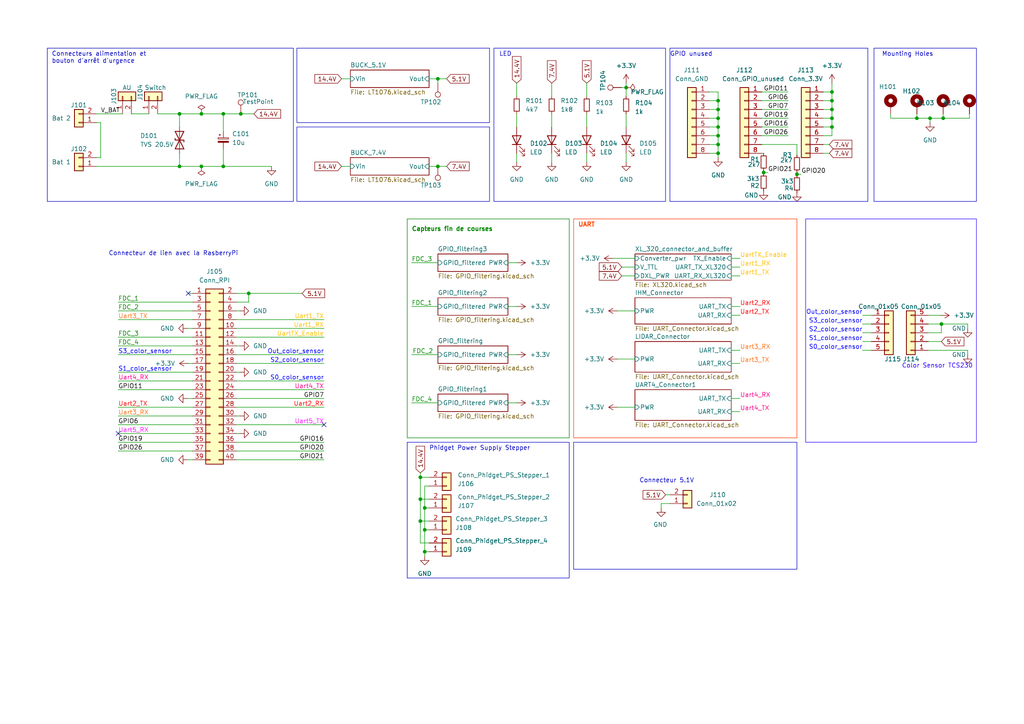
<source format=kicad_sch>
(kicad_sch (version 20231120) (generator "eeschema") (generator_version "8.0")
  (paper "A4")
  (title_block (title "Carte de commande Coupe de France de Robotique 2024") (date "2024-01-30") (company "Ares ENSEA"))
  (lib_symbols
    (symbol "Connector:TestPoint" (pin_numbers hide) (pin_names (offset 0.762) hide)
      (property "Reference" "TP" (at 0 6.858 0))
      (property "Value" "TestPoint" (at 0 5.08 0))
      (symbol "TestPoint_0_1"
        (circle (center 0 3.302) (radius 0.762))
      )
      (symbol "TestPoint_1_1"
        (pin passive line (at 0 0 90) (length 2.54) (name "1") (number "1"))
      )
    )
    (symbol "Connector_Generic:Conn_01x02" (pin_names (offset 1.016) hide)
      (property "Reference" "J" (at 0 2.54 0))
      (property "Value" "Conn_01x02" (at 0 -5.08 0))
      (symbol "Conn_01x02_1_1"
        (rectangle (start -1.27 -2.413) (end 0 -2.667) (stroke (width 0.1524)))
        (rectangle (start -1.27 0.127) (end 0 -0.127) (stroke (width 0.1524)))
        (rectangle (start -1.27 1.27) (end 1.27 -3.81) (stroke (width 0.254)) (fill (type background)))
        (pin passive line (at -5.08 0 0) (length 3.81) (name "Pin_1") (number "1"))
        (pin passive line (at -5.08 -2.54 0) (length 3.81) (name "Pin_2") (number "2"))
      )
    )
    (symbol "Connector_Generic:Conn_01x05" (pin_names (offset 1.016) hide)
      (property "Reference" "J" (at 0 7.62 0))
      (property "Value" "Conn_01x05" (at 0 -7.62 0))
      (symbol "Conn_01x05_1_1"
        (rectangle (start -1.27 -4.953) (end 0 -5.207) (stroke (width 0.1524)))
        (rectangle (start -1.27 -2.413) (end 0 -2.667) (stroke (width 0.1524)))
        (rectangle (start -1.27 0.127) (end 0 -0.127) (stroke (width 0.1524)))
        (rectangle (start -1.27 2.667) (end 0 2.413) (stroke (width 0.1524)))
        (rectangle (start -1.27 5.207) (end 0 4.953) (stroke (width 0.1524)))
        (rectangle (start -1.27 6.35) (end 1.27 -6.35) (stroke (width 0.254)) (fill (type background)))
        (pin passive line (at -5.08 5.08 0) (length 3.81) (name "Pin_1") (number "1"))
        (pin passive line (at -5.08 2.54 0) (length 3.81) (name "Pin_2") (number "2"))
        (pin passive line (at -5.08 0 0) (length 3.81) (name "Pin_3") (number "3"))
        (pin passive line (at -5.08 -2.54 0) (length 3.81) (name "Pin_4") (number "4"))
        (pin passive line (at -5.08 -5.08 0) (length 3.81) (name "Pin_5") (number "5"))
      )
    )
    (symbol "Connector_Generic:Conn_01x08" (pin_names (offset 1.016) hide)
      (property "Reference" "J" (at 0 10.16 0))
      (property "Value" "Conn_01x08" (at 0 -12.7 0))
      (symbol "Conn_01x08_1_1"
        (rectangle (start -1.27 -10.033) (end 0 -10.287) (stroke (width 0.1524)))
        (rectangle (start -1.27 -7.493) (end 0 -7.747) (stroke (width 0.1524)))
        (rectangle (start -1.27 -4.953) (end 0 -5.207) (stroke (width 0.1524)))
        (rectangle (start -1.27 -2.413) (end 0 -2.667) (stroke (width 0.1524)))
        (rectangle (start -1.27 0.127) (end 0 -0.127) (stroke (width 0.1524)))
        (rectangle (start -1.27 2.667) (end 0 2.413) (stroke (width 0.1524)))
        (rectangle (start -1.27 5.207) (end 0 4.953) (stroke (width 0.1524)))
        (rectangle (start -1.27 7.747) (end 0 7.493) (stroke (width 0.1524)))
        (rectangle (start -1.27 8.89) (end 1.27 -11.43) (stroke (width 0.254)) (fill (type background)))
        (pin passive line (at -5.08 7.62 0) (length 3.81) (name "Pin_1") (number "1"))
        (pin passive line (at -5.08 5.08 0) (length 3.81) (name "Pin_2") (number "2"))
        (pin passive line (at -5.08 2.54 0) (length 3.81) (name "Pin_3") (number "3"))
        (pin passive line (at -5.08 0 0) (length 3.81) (name "Pin_4") (number "4"))
        (pin passive line (at -5.08 -2.54 0) (length 3.81) (name "Pin_5") (number "5"))
        (pin passive line (at -5.08 -5.08 0) (length 3.81) (name "Pin_6") (number "6"))
        (pin passive line (at -5.08 -7.62 0) (length 3.81) (name "Pin_7") (number "7"))
        (pin passive line (at -5.08 -10.16 0) (length 3.81) (name "Pin_8") (number "8"))
      )
    )
    (symbol "Connector_Generic:Conn_02x20_Odd_Even" (pin_names (offset 1.016) hide)
      (property "Reference" "J" (at 1.27 25.4 0))
      (property "Value" "Conn_02x20_Odd_Even" (at 1.27 -27.94 0))
      (symbol "Conn_02x20_Odd_Even_1_1"
        (rectangle (start -1.27 -25.273) (end 0 -25.527) (stroke (width 0.1524)))
        (rectangle (start -1.27 -22.733) (end 0 -22.987) (stroke (width 0.1524)))
        (rectangle (start -1.27 -20.193) (end 0 -20.447) (stroke (width 0.1524)))
        (rectangle (start -1.27 -17.653) (end 0 -17.907) (stroke (width 0.1524)))
        (rectangle (start -1.27 -15.113) (end 0 -15.367) (stroke (width 0.1524)))
        (rectangle (start -1.27 -12.573) (end 0 -12.827) (stroke (width 0.1524)))
        (rectangle (start -1.27 -10.033) (end 0 -10.287) (stroke (width 0.1524)))
        (rectangle (start -1.27 -7.493) (end 0 -7.747) (stroke (width 0.1524)))
        (rectangle (start -1.27 -4.953) (end 0 -5.207) (stroke (width 0.1524)))
        (rectangle (start -1.27 -2.413) (end 0 -2.667) (stroke (width 0.1524)))
        (rectangle (start -1.27 0.127) (end 0 -0.127) (stroke (width 0.1524)))
        (rectangle (start -1.27 2.667) (end 0 2.413) (stroke (width 0.1524)))
        (rectangle (start -1.27 5.207) (end 0 4.953) (stroke (width 0.1524)))
        (rectangle (start -1.27 7.747) (end 0 7.493) (stroke (width 0.1524)))
        (rectangle (start -1.27 10.287) (end 0 10.033) (stroke (width 0.1524)))
        (rectangle (start -1.27 12.827) (end 0 12.573) (stroke (width 0.1524)))
        (rectangle (start -1.27 15.367) (end 0 15.113) (stroke (width 0.1524)))
        (rectangle (start -1.27 17.907) (end 0 17.653) (stroke (width 0.1524)))
        (rectangle (start -1.27 20.447) (end 0 20.193) (stroke (width 0.1524)))
        (rectangle (start -1.27 22.987) (end 0 22.733) (stroke (width 0.1524)))
        (rectangle (start -1.27 24.13) (end 3.81 -26.67) (stroke (width 0.254)) (fill (type background)))
        (rectangle (start 3.81 -25.273) (end 2.54 -25.527) (stroke (width 0.1524)))
        (rectangle (start 3.81 -22.733) (end 2.54 -22.987) (stroke (width 0.1524)))
        (rectangle (start 3.81 -20.193) (end 2.54 -20.447) (stroke (width 0.1524)))
        (rectangle (start 3.81 -17.653) (end 2.54 -17.907) (stroke (width 0.1524)))
        (rectangle (start 3.81 -15.113) (end 2.54 -15.367) (stroke (width 0.1524)))
        (rectangle (start 3.81 -12.573) (end 2.54 -12.827) (stroke (width 0.1524)))
        (rectangle (start 3.81 -10.033) (end 2.54 -10.287) (stroke (width 0.1524)))
        (rectangle (start 3.81 -7.493) (end 2.54 -7.747) (stroke (width 0.1524)))
        (rectangle (start 3.81 -4.953) (end 2.54 -5.207) (stroke (width 0.1524)))
        (rectangle (start 3.81 -2.413) (end 2.54 -2.667) (stroke (width 0.1524)))
        (rectangle (start 3.81 0.127) (end 2.54 -0.127) (stroke (width 0.1524)))
        (rectangle (start 3.81 2.667) (end 2.54 2.413) (stroke (width 0.1524)))
        (rectangle (start 3.81 5.207) (end 2.54 4.953) (stroke (width 0.1524)))
        (rectangle (start 3.81 7.747) (end 2.54 7.493) (stroke (width 0.1524)))
        (rectangle (start 3.81 10.287) (end 2.54 10.033) (stroke (width 0.1524)))
        (rectangle (start 3.81 12.827) (end 2.54 12.573) (stroke (width 0.1524)))
        (rectangle (start 3.81 15.367) (end 2.54 15.113) (stroke (width 0.1524)))
        (rectangle (start 3.81 17.907) (end 2.54 17.653) (stroke (width 0.1524)))
        (rectangle (start 3.81 20.447) (end 2.54 20.193) (stroke (width 0.1524)))
        (rectangle (start 3.81 22.987) (end 2.54 22.733) (stroke (width 0.1524)))
        (pin passive line (at -5.08 22.86 0) (length 3.81) (name "Pin_1") (number "1"))
        (pin passive line (at 7.62 12.7 180) (length 3.81) (name "Pin_10") (number "10"))
        (pin passive line (at -5.08 10.16 0) (length 3.81) (name "Pin_11") (number "11"))
        (pin passive line (at 7.62 10.16 180) (length 3.81) (name "Pin_12") (number "12"))
        (pin passive line (at -5.08 7.62 0) (length 3.81) (name "Pin_13") (number "13"))
        (pin passive line (at 7.62 7.62 180) (length 3.81) (name "Pin_14") (number "14"))
        (pin passive line (at -5.08 5.08 0) (length 3.81) (name "Pin_15") (number "15"))
        (pin passive line (at 7.62 5.08 180) (length 3.81) (name "Pin_16") (number "16"))
        (pin passive line (at -5.08 2.54 0) (length 3.81) (name "Pin_17") (number "17"))
        (pin passive line (at 7.62 2.54 180) (length 3.81) (name "Pin_18") (number "18"))
        (pin passive line (at -5.08 0 0) (length 3.81) (name "Pin_19") (number "19"))
        (pin passive line (at 7.62 22.86 180) (length 3.81) (name "Pin_2") (number "2"))
        (pin passive line (at 7.62 0 180) (length 3.81) (name "Pin_20") (number "20"))
        (pin passive line (at -5.08 -2.54 0) (length 3.81) (name "Pin_21") (number "21"))
        (pin passive line (at 7.62 -2.54 180) (length 3.81) (name "Pin_22") (number "22"))
        (pin passive line (at -5.08 -5.08 0) (length 3.81) (name "Pin_23") (number "23"))
        (pin passive line (at 7.62 -5.08 180) (length 3.81) (name "Pin_24") (number "24"))
        (pin passive line (at -5.08 -7.62 0) (length 3.81) (name "Pin_25") (number "25"))
        (pin passive line (at 7.62 -7.62 180) (length 3.81) (name "Pin_26") (number "26"))
        (pin passive line (at -5.08 -10.16 0) (length 3.81) (name "Pin_27") (number "27"))
        (pin passive line (at 7.62 -10.16 180) (length 3.81) (name "Pin_28") (number "28"))
        (pin passive line (at -5.08 -12.7 0) (length 3.81) (name "Pin_29") (number "29"))
        (pin passive line (at -5.08 20.32 0) (length 3.81) (name "Pin_3") (number "3"))
        (pin passive line (at 7.62 -12.7 180) (length 3.81) (name "Pin_30") (number "30"))
        (pin passive line (at -5.08 -15.24 0) (length 3.81) (name "Pin_31") (number "31"))
        (pin passive line (at 7.62 -15.24 180) (length 3.81) (name "Pin_32") (number "32"))
        (pin passive line (at -5.08 -17.78 0) (length 3.81) (name "Pin_33") (number "33"))
        (pin passive line (at 7.62 -17.78 180) (length 3.81) (name "Pin_34") (number "34"))
        (pin passive line (at -5.08 -20.32 0) (length 3.81) (name "Pin_35") (number "35"))
        (pin passive line (at 7.62 -20.32 180) (length 3.81) (name "Pin_36") (number "36"))
        (pin passive line (at -5.08 -22.86 0) (length 3.81) (name "Pin_37") (number "37"))
        (pin passive line (at 7.62 -22.86 180) (length 3.81) (name "Pin_38") (number "38"))
        (pin passive line (at -5.08 -25.4 0) (length 3.81) (name "Pin_39") (number "39"))
        (pin passive line (at 7.62 20.32 180) (length 3.81) (name "Pin_4") (number "4"))
        (pin passive line (at 7.62 -25.4 180) (length 3.81) (name "Pin_40") (number "40"))
        (pin passive line (at -5.08 17.78 0) (length 3.81) (name "Pin_5") (number "5"))
        (pin passive line (at 7.62 17.78 180) (length 3.81) (name "Pin_6") (number "6"))
        (pin passive line (at -5.08 15.24 0) (length 3.81) (name "Pin_7") (number "7"))
        (pin passive line (at 7.62 15.24 180) (length 3.81) (name "Pin_8") (number "8"))
        (pin passive line (at -5.08 12.7 0) (length 3.81) (name "Pin_9") (number "9"))
      )
    )
    (symbol "Device:C_Polarized_Small" (pin_numbers hide) (pin_names (offset 0.254) hide)
      (property "Reference" "C" (at 0.254 1.778 0))
      (property "Value" "C_Polarized_Small" (at 0.254 -2.032 0))
      (symbol "C_Polarized_Small_0_1"
        (rectangle (start -1.524 -0.3048) (end 1.524 -0.6858) (fill (type outline)))
        (rectangle (start -1.524 0.6858) (end 1.524 0.3048))
        (polyline (pts (xy -1.27 1.524) (xy -0.762 1.524)))
        (polyline (pts (xy -1.016 1.27) (xy -1.016 1.778)))
      )
      (symbol "C_Polarized_Small_1_1"
        (pin passive line (at 0 2.54 270) (length 1.8542) (name "~") (number "1"))
        (pin passive line (at 0 -2.54 90) (length 1.8542) (name "~") (number "2"))
      )
    )
    (symbol "Device:LED" (pin_numbers hide) (pin_names (offset 1.016) hide)
      (property "Reference" "D" (at 0 2.54 0))
      (property "Value" "LED" (at 0 -2.54 0))
      (symbol "LED_0_1"
        (polyline (pts (xy -1.27 -1.27) (xy -1.27 1.27)) (stroke (width 0.254)))
        (polyline (pts (xy -1.27 0) (xy 1.27 0)))
        (polyline (pts (xy 1.27 -1.27) (xy 1.27 1.27) (xy -1.27 0) (xy 1.27 -1.27)) (stroke (width 0.254)))
        (polyline (pts (xy -3.048 -0.762) (xy -4.572 -2.286) (xy -3.81 -2.286) (xy -4.572 -2.286) (xy -4.572 -1.524)))
        (polyline (pts (xy -1.778 -0.762) (xy -3.302 -2.286) (xy -2.54 -2.286) (xy -3.302 -2.286) (xy -3.302 -1.524)))
      )
      (symbol "LED_1_1"
        (pin passive line (at -3.81 0 0) (length 2.54) (name "K") (number "1"))
        (pin passive line (at 3.81 0 180) (length 2.54) (name "A") (number "2"))
      )
    )
    (symbol "Device:R_Small" (pin_numbers hide) (pin_names (offset 0.254) hide)
      (property "Reference" "R" (at 0.762 0.508 0))
      (property "Value" "R_Small" (at 0.762 -1.016 0))
      (symbol "R_Small_0_1"
        (rectangle (start -0.762 1.778) (end 0.762 -1.778) (stroke (width 0.2032)))
      )
      (symbol "R_Small_1_1"
        (pin passive line (at 0 2.54 270) (length 0.762) (name "~") (number "1"))
        (pin passive line (at 0 -2.54 90) (length 0.762) (name "~") (number "2"))
      )
    )
    (symbol "Diode:1.5KExxCA" (pin_numbers hide) (pin_names (offset 1.016) hide)
      (property "Reference" "D" (at 0 2.54 0))
      (property "Value" "1.5KExxCA" (at 0 -2.54 0))
      (symbol "1.5KExxCA_0_1"
        (polyline (pts (xy 1.27 0) (xy -1.27 0)))
        (polyline (pts (xy -2.54 -1.27) (xy 0 0) (xy -2.54 1.27) (xy -2.54 -1.27)) (stroke (width 0.254)))
        (polyline (pts (xy 0.508 1.27) (xy 0 1.27) (xy 0 -1.27) (xy -0.508 -1.27)) (stroke (width 0.254)))
        (polyline (pts (xy 2.54 1.27) (xy 2.54 -1.27) (xy 0 0) (xy 2.54 1.27)) (stroke (width 0.254)))
      )
      (symbol "1.5KExxCA_1_1"
        (pin passive line (at -3.81 0 0) (length 2.54) (name "A1") (number "1"))
        (pin passive line (at 3.81 0 180) (length 2.54) (name "A2") (number "2"))
      )
    )
    (symbol "Mechanical:MountingHole_Pad" (pin_numbers hide) (pin_names (offset 1.016) hide)
      (property "Reference" "H" (at 0 6.35 0))
      (property "Value" "MountingHole_Pad" (at 0 4.445 0))
      (symbol "MountingHole_Pad_0_1"
        (circle (center 0 1.27) (radius 1.27) (stroke (width 1.27)))
      )
      (symbol "MountingHole_Pad_1_1"
        (pin input line (at 0 -2.54 90) (length 2.54) (name "1") (number "1"))
      )
    )
    (symbol "power:+3.3V" (power) (pin_names (offset 0))
      (property "Value" "+3.3V" (at 0 3.556 0))
      (symbol "+3.3V_0_1"
        (polyline (pts (xy -0.762 1.27) (xy 0 2.54)))
        (polyline (pts (xy 0 0) (xy 0 2.54)))
        (polyline (pts (xy 0 2.54) (xy 0.762 1.27)))
      )
      (symbol "+3.3V_1_1"
        (pin power_in line (at 0 0 90) (length 0) hide (name "+3.3V") (number "1"))
      )
    )
    (symbol "power:GND" (power) (pin_names (offset 0))
      (property "Value" "GND" (at 0 -3.81 0))
      (symbol "GND_0_1"
        (polyline (pts (xy 0 0) (xy 0 -1.27) (xy 1.27 -1.27) (xy 0 -2.54) (xy -1.27 -1.27) (xy 0 -1.27)))
      )
      (symbol "GND_1_1"
        (pin power_in line (at 0 0 270) (length 0) hide (name "GND") (number "1"))
      )
    )
    (symbol "power:PWR_FLAG" (power) (pin_numbers hide) (pin_names (offset 0) hide)
      (property "Value" "PWR_FLAG" (at 0 3.81 0))
      (symbol "PWR_FLAG_0_0"
        (pin power_out line (at 0 0 90) (length 0) (name "pwr") (number "1"))
      )
      (symbol "PWR_FLAG_0_1"
        (polyline (pts (xy 0 0) (xy 0 1.27) (xy -1.016 1.905) (xy 0 2.54) (xy 1.016 1.905) (xy 0 1.27)))
      )
    )
  )
  (junction (at 221.488 50.038))
  (junction (at 58.42 33.02))
  (junction (at 208.28 29.21))
  (junction (at 69.85 33.02))
  (junction (at 241.3 36.83))
  (junction (at 269.748 34.29))
  (junction (at 241.3 26.67))
  (junction (at 265.938 34.29))
  (junction (at 241.3 31.75))
  (junction (at 52.07 48.26))
  (junction (at 72.136 85.09))
  (junction (at 241.3 29.21))
  (junction (at 127 48.26))
  (junction (at 123.19 160.02))
  (junction (at 127 22.86))
  (junction (at 64.77 48.26))
  (junction (at 208.28 36.83))
  (junction (at 231.14 50.546))
  (junction (at 241.3 34.29))
  (junction (at 208.28 44.45))
  (junction (at 208.28 34.29))
  (junction (at 123.19 153.67))
  (junction (at 181.61 25.4))
  (junction (at 273.05 93.98))
  (junction (at 121.92 151.13))
  (junction (at 52.07 33.02))
  (junction (at 58.42 48.26))
  (junction (at 208.28 39.37))
  (junction (at 121.92 138.43))
  (junction (at 273.558 34.29))
  (junction (at 208.28 31.75))
  (junction (at 123.19 147.32))
  (junction (at 208.28 41.91))
  (junction (at 121.92 144.78))
  (junction (at 64.77 33.02))
  (no_connect (at 93.98 123.19))
  (no_connect (at 34.29 125.73))
  (no_connect (at 54.61 85.09))
  (wire (pts (xy 269.748 34.29) (xy 273.558 34.29)))
  (wire (pts (xy 72.136 85.09) (xy 87.63 85.09)))
  (wire (pts (xy 205.74 39.37) (xy 208.28 39.37)))
  (wire (pts (xy 58.42 48.26) (xy 64.77 48.26)))
  (wire (pts (xy 34.29 130.81) (xy 55.88 130.81)))
  (wire (pts (xy 160.02 46.99) (xy 160.02 44.45)))
  (wire (pts (xy 124.46 22.86) (xy 127 22.86)))
  (wire (pts (xy 52.07 44.45) (xy 52.07 48.26)))
  (wire (pts (xy 205.74 41.91) (xy 208.28 41.91)))
  (wire (pts (xy 208.28 26.67) (xy 205.74 26.67)))
  (wire (pts (xy 221.488 49.53) (xy 221.488 50.038)))
  (wire (pts (xy 220.98 29.21) (xy 228.6 29.21)))
  (wire (pts (xy 212.09 105.41) (xy 214.63 105.41)))
  (wire (pts (xy 238.76 34.29) (xy 241.3 34.29)))
  (wire (pts (xy 147.32 116.84) (xy 149.86 116.84)))
  (wire (pts (xy 221.488 50.038) (xy 221.488 50.292)))
  (wire (pts (xy 272.7718 91.44) (xy 269.24 91.44)))
  (wire (pts (xy 208.28 45.72) (xy 208.28 44.45)))
  (wire (pts (xy 68.58 110.49) (xy 93.98 110.49)))
  (wire (pts (xy 269.24 99.06) (xy 273.05 99.06)))
  (wire (pts (xy 29.21 45.72) (xy 27.94 45.72)))
  (wire (pts (xy 147.32 76.2) (xy 149.86 76.2)))
  (wire (pts (xy 220.98 31.75) (xy 228.6 31.75)))
  (wire (pts (xy 252.73 101.6) (xy 250.19 101.6)))
  (wire (pts (xy 205.74 44.45) (xy 208.28 44.45)))
  (wire (pts (xy 193.04 143.51) (xy 194.31 143.51)))
  (wire (pts (xy 181.61 24.13) (xy 181.61 25.4)))
  (wire (pts (xy 269.24 93.98) (xy 273.05 93.98)))
  (wire (pts (xy 241.3 24.13) (xy 241.3 26.67)))
  (wire (pts (xy 127 48.26) (xy 129.54 48.26)))
  (wire (pts (xy 149.86 24.13) (xy 149.86 27.94)))
  (wire (pts (xy 241.3 39.37) (xy 241.3 36.83)))
  (wire (pts (xy 208.28 39.37) (xy 208.28 36.83)))
  (wire (pts (xy 231.14 41.91) (xy 231.14 44.958)))
  (wire (pts (xy 34.29 110.49) (xy 55.88 110.49)))
  (wire (pts (xy 99.06 22.86) (xy 101.6 22.86)))
  (wire (pts (xy 179.07 90.17) (xy 184.15 90.17)))
  (wire (pts (xy 127 22.86) (xy 129.54 22.86)))
  (wire (pts (xy 68.58 120.65) (xy 69.596 120.65)))
  (wire (pts (xy 64.77 33.02) (xy 64.77 38.1)))
  (wire (pts (xy 231.14 50.546) (xy 232.41 50.546)))
  (wire (pts (xy 241.3 36.83) (xy 241.3 34.29)))
  (wire (pts (xy 220.98 44.45) (xy 221.488 44.45)))
  (wire (pts (xy 121.92 151.13) (xy 124.46 151.13)))
  (wire (pts (xy 252.73 93.98) (xy 250.19 93.98)))
  (wire (pts (xy 68.58 107.95) (xy 69.596 107.95)))
  (wire (pts (xy 69.85 33.02) (xy 73.66 33.02)))
  (wire (pts (xy 38.1 33.02) (xy 43.18 33.02)))
  (wire (pts (xy 258.318 33.02) (xy 258.318 34.29)))
  (wire (pts (xy 179.07 118.11) (xy 184.15 118.11)))
  (wire (pts (xy 280.67 101.6) (xy 280.67 102.87)))
  (wire (pts (xy 99.06 48.26) (xy 101.6 48.26)))
  (wire (pts (xy 123.19 140.97) (xy 123.19 147.32)))
  (wire (pts (xy 27.94 35.56) (xy 29.21 35.56)))
  (wire (pts (xy 34.29 87.63) (xy 55.88 87.63)))
  (wire (pts (xy 220.98 36.83) (xy 228.6 36.83)))
  (wire (pts (xy 78.74 48.26) (xy 64.77 48.26)))
  (wire (pts (xy 68.58 100.33) (xy 69.596 100.33)))
  (wire (pts (xy 34.29 113.03) (xy 55.88 113.03)))
  (wire (pts (xy 231.14 50.038) (xy 231.14 50.546)))
  (wire (pts (xy 68.58 125.73) (xy 69.596 125.73)))
  (wire (pts (xy 34.29 128.27) (xy 55.88 128.27)))
  (wire (pts (xy 205.74 31.75) (xy 208.28 31.75)))
  (wire (pts (xy 238.76 36.83) (xy 241.3 36.83)))
  (wire (pts (xy 34.29 90.17) (xy 55.88 90.17)))
  (wire (pts (xy 241.3 31.75) (xy 241.3 29.21)))
  (wire (pts (xy 208.28 44.45) (xy 208.28 41.91)))
  (wire (pts (xy 68.58 92.71) (xy 93.98 92.71)))
  (wire (pts (xy 54.356 115.57) (xy 55.88 115.57)))
  (wire (pts (xy 68.58 90.17) (xy 69.596 90.17)))
  (wire (pts (xy 27.94 48.26) (xy 52.07 48.26)))
  (wire (pts (xy 123.19 147.32) (xy 124.46 147.32)))
  (wire (pts (xy 64.77 43.18) (xy 64.77 48.26)))
  (wire (pts (xy 252.73 99.06) (xy 250.19 99.06)))
  (wire (pts (xy 68.58 87.63) (xy 72.136 87.63)))
  (wire (pts (xy 273.558 33.02) (xy 273.558 34.29)))
  (wire (pts (xy 241.3 29.21) (xy 241.3 26.67)))
  (wire (pts (xy 68.58 85.09) (xy 72.136 85.09)))
  (wire (pts (xy 280.67 93.98) (xy 273.05 93.98)))
  (wire (pts (xy 170.18 46.99) (xy 170.18 44.45)))
  (wire (pts (xy 124.46 153.67) (xy 123.19 153.67)))
  (wire (pts (xy 123.19 147.32) (xy 123.19 153.67)))
  (wire (pts (xy 68.58 102.87) (xy 93.98 102.87)))
  (wire (pts (xy 68.58 113.03) (xy 93.98 113.03)))
  (wire (pts (xy 208.28 41.91) (xy 208.28 39.37)))
  (wire (pts (xy 181.61 33.02) (xy 181.61 36.83)))
  (wire (pts (xy 212.09 74.93) (xy 214.63 74.93)))
  (wire (pts (xy 238.76 41.91) (xy 240.538 41.91)))
  (wire (pts (xy 212.09 101.6) (xy 214.63 101.6)))
  (wire (pts (xy 208.28 36.83) (xy 208.28 34.29)))
  (wire (pts (xy 119.38 102.87) (xy 127 102.87)))
  (wire (pts (xy 54.356 133.35) (xy 55.88 133.35)))
  (wire (pts (xy 34.29 107.95) (xy 55.88 107.95)))
  (wire (pts (xy 269.24 101.6) (xy 280.67 101.6)))
  (wire (pts (xy 52.07 33.02) (xy 52.07 36.83)))
  (wire (pts (xy 124.46 140.97) (xy 123.19 140.97)))
  (wire (pts (xy 212.09 88.9) (xy 214.63 88.9)))
  (wire (pts (xy 208.28 31.75) (xy 208.28 29.21)))
  (wire (pts (xy 119.38 116.84) (xy 127 116.84)))
  (wire (pts (xy 205.74 29.21) (xy 208.28 29.21)))
  (wire (pts (xy 34.29 120.65) (xy 55.88 120.65)))
  (wire (pts (xy 269.748 34.29) (xy 269.748 35.56)))
  (wire (pts (xy 34.29 100.33) (xy 55.88 100.33)))
  (wire (pts (xy 273.05 93.98) (xy 273.05 96.52)))
  (wire (pts (xy 220.98 26.67) (xy 228.6 26.67)))
  (wire (pts (xy 238.76 31.75) (xy 241.3 31.75)))
  (wire (pts (xy 68.58 133.35) (xy 93.98 133.35)))
  (wire (pts (xy 68.58 105.41) (xy 93.98 105.41)))
  (wire (pts (xy 212.09 115.57) (xy 214.63 115.57)))
  (wire (pts (xy 121.92 144.78) (xy 121.92 151.13)))
  (wire (pts (xy 34.29 97.79) (xy 55.88 97.79)))
  (wire (pts (xy 34.29 123.19) (xy 55.88 123.19)))
  (wire (pts (xy 52.07 48.26) (xy 58.42 48.26)))
  (wire (pts (xy 208.28 29.21) (xy 208.28 26.67)))
  (wire (pts (xy 124.46 138.43) (xy 121.92 138.43)))
  (wire (pts (xy 68.58 130.81) (xy 93.98 130.81)))
  (wire (pts (xy 280.67 93.98) (xy 280.67 95.25)))
  (wire (pts (xy 52.07 33.02) (xy 58.42 33.02)))
  (wire (pts (xy 272.7718 91.4793) (xy 272.7718 91.44)))
  (wire (pts (xy 170.18 33.02) (xy 170.18 36.83)))
  (wire (pts (xy 119.38 76.2) (xy 127 76.2)))
  (wire (pts (xy 121.92 137.16) (xy 121.92 138.43)))
  (wire (pts (xy 124.46 160.02) (xy 123.19 160.02)))
  (wire (pts (xy 180.34 77.47) (xy 184.15 77.47)))
  (wire (pts (xy 27.94 33.02) (xy 35.56 33.02)))
  (wire (pts (xy 58.42 33.02) (xy 64.77 33.02)))
  (wire (pts (xy 68.58 97.79) (xy 93.98 97.79)))
  (wire (pts (xy 147.32 88.9) (xy 149.86 88.9)))
  (wire (pts (xy 34.29 118.11) (xy 55.88 118.11)))
  (wire (pts (xy 180.34 80.01) (xy 184.15 80.01)))
  (wire (pts (xy 252.73 96.52) (xy 250.19 96.52)))
  (wire (pts (xy 241.3 26.67) (xy 238.76 26.67)))
  (wire (pts (xy 180.34 25.4) (xy 181.61 25.4)))
  (wire (pts (xy 121.92 157.48) (xy 124.46 157.48)))
  (wire (pts (xy 205.74 36.83) (xy 208.28 36.83)))
  (wire (pts (xy 54.61 85.09) (xy 55.88 85.09)))
  (wire (pts (xy 194.31 146.05) (xy 191.77 146.05)))
  (wire (pts (xy 258.318 34.29) (xy 265.938 34.29)))
  (wire (pts (xy 265.938 34.29) (xy 269.748 34.29)))
  (wire (pts (xy 221.488 50.038) (xy 222.758 50.038)))
  (wire (pts (xy 265.938 33.02) (xy 265.938 34.29)))
  (wire (pts (xy 170.18 24.13) (xy 170.18 27.94)))
  (wire (pts (xy 29.21 35.56) (xy 29.21 45.72)))
  (wire (pts (xy 68.58 115.57) (xy 93.98 115.57)))
  (wire (pts (xy 212.09 77.47) (xy 214.63 77.47)))
  (wire (pts (xy 68.58 128.27) (xy 93.98 128.27)))
  (wire (pts (xy 212.09 119.38) (xy 214.63 119.38)))
  (wire (pts (xy 149.86 33.02) (xy 149.86 36.83)))
  (wire (pts (xy 64.77 33.02) (xy 69.85 33.02)))
  (wire (pts (xy 121.92 138.43) (xy 121.92 144.78)))
  (wire (pts (xy 68.58 123.19) (xy 93.98 123.19)))
  (wire (pts (xy 123.19 160.02) (xy 123.19 161.29)))
  (wire (pts (xy 124.46 48.26) (xy 127 48.26)))
  (wire (pts (xy 220.98 34.29) (xy 228.6 34.29)))
  (wire (pts (xy 191.77 146.05) (xy 191.77 147.32)))
  (wire (pts (xy 34.29 102.87) (xy 55.88 102.87)))
  (wire (pts (xy 220.98 39.37) (xy 228.6 39.37)))
  (wire (pts (xy 238.76 29.21) (xy 241.3 29.21)))
  (wire (pts (xy 212.09 91.44) (xy 214.63 91.44)))
  (wire (pts (xy 208.28 34.29) (xy 208.28 31.75)))
  (wire (pts (xy 220.98 41.91) (xy 231.14 41.91)))
  (wire (pts (xy 119.38 88.9) (xy 127 88.9)))
  (wire (pts (xy 160.02 24.13) (xy 160.02 27.94)))
  (wire (pts (xy 273.558 34.29) (xy 281.178 34.29)))
  (wire (pts (xy 252.73 91.44) (xy 250.19 91.44)))
  (wire (pts (xy 34.29 125.73) (xy 55.88 125.73)))
  (wire (pts (xy 34.29 92.71) (xy 55.88 92.71)))
  (wire (pts (xy 121.92 144.78) (xy 124.46 144.78)))
  (wire (pts (xy 212.09 80.01) (xy 214.63 80.01)))
  (wire (pts (xy 205.74 34.29) (xy 208.28 34.29)))
  (wire (pts (xy 68.58 118.11) (xy 93.98 118.11)))
  (wire (pts (xy 181.61 46.99) (xy 181.61 44.45)))
  (wire (pts (xy 149.86 46.99) (xy 149.86 44.45)))
  (wire (pts (xy 241.3 34.29) (xy 241.3 31.75)))
  (wire (pts (xy 127 24.13) (xy 127 22.86)))
  (wire (pts (xy 54.61 105.41) (xy 55.88 105.41)))
  (wire (pts (xy 281.178 33.02) (xy 281.178 34.29)))
  (wire (pts (xy 160.02 33.02) (xy 160.02 36.83)))
  (wire (pts (xy 181.61 25.4) (xy 181.61 27.94)))
  (wire (pts (xy 238.76 44.45) (xy 240.538 44.45)))
  (wire (pts (xy 231.14 50.546) (xy 231.14 50.8)))
  (wire (pts (xy 68.58 95.25) (xy 93.98 95.25)))
  (wire (pts (xy 54.356 95.25) (xy 55.88 95.25)))
  (wire (pts (xy 72.136 87.63) (xy 72.136 85.09)))
  (wire (pts (xy 179.07 104.14) (xy 184.15 104.14)))
  (wire (pts (xy 269.24 96.52) (xy 273.05 96.52)))
  (wire (pts (xy 177.8 74.93) (xy 184.15 74.93)))
  (wire (pts (xy 238.76 39.37) (xy 241.3 39.37)))
  (wire (pts (xy 147.32 102.87) (xy 149.86 102.87)))
  (wire (pts (xy 45.72 33.02) (xy 52.07 33.02)))
  (wire (pts (xy 123.19 153.67) (xy 123.19 160.02)))
  (wire (pts (xy 121.92 151.13) (xy 121.92 157.48)))
  (rectangle (start 233.68 63.5) (end 283.21 128.27) (stroke (width 0) (color 40 0 255 1)))
  (rectangle (start 194.31 13.97) (end 251.714 58.42))
  (rectangle (start 86.106 36.83) (end 141.986 58.42))
  (rectangle (start 166.37 63.5) (end 231.14 127) (stroke (width 0) (color 255 54 0 1)))
  (rectangle (start 166.37 128.27) (end 231.14 165.1))
  (rectangle (start 118.11 63.5) (end 165.1 127) (stroke (width 0) (color 0 132 0 1)))
  (rectangle (start 118.11 128.27) (end 165.1 167.64))
  (rectangle (start 143.256 13.97) (end 193.04 58.42))
  (rectangle (start 253.492 13.97) (end 283.21 58.42))
  (rectangle (start 13.716 13.97) (end 85.09 58.42))
  (rectangle (start 86.106 13.97) (end 141.986 35.56))
  (text "Connecteur 5.1V\n" (at 185.42 140.208 0) (effects (font (size 1.27 1.27)) (justify left bottom)))
  (text "Connecteurs alimentation et \nbouton d'arrêt d'urgence" (at 14.986 18.542 0) (effects (font (size 1.27 1.27)) (justify left bottom)))
  (text "UART" (at 167.64 66.04 0) (effects (font (size 1.27 1.27) (thickness 0.254) (bold yes)) (justify left bottom)))
  (text "Mounting Holes" (at 255.778 16.51 0) (effects (font (size 1.27 1.27)) (justify left bottom)))
  (text "Phidget Power Supply Stepper" (at 124.46 130.81 0) (effects (font (size 1.27 1.27)) (justify left bottom)))
  (text "Connecteur de lien avec la RasberryPi" (at 31.4876 74.335 0) (effects (font (size 1.27 1.27)) (justify left bottom)))
  (text "Color Sensor TCS230" (at 282.194 106.934 0) (effects (font (size 1.27 1.27)) (justify right bottom)))
  (text "LED" (at 144.78 16.51 0) (effects (font (size 1.27 1.27)) (justify left bottom)))
  (text "Capteurs fin de courses\n" (at 119.38 67.31 0) (effects (font (size 1.27 1.27) (thickness 0.254) (bold yes)) (justify left bottom)))
  (text "GPIO unused" (at 194.31 16.51 0) (effects (font (size 1.27 1.27)) (justify left bottom)))
  (label "Uart1_RX" (at 214.63 77.47 0))
  (label "S1_color_sensor" (at 34.29 107.95 0))
  (label "S2_color_sensor" (at 93.98 105.41 180))
  (label "Uart4_TX" (at 93.98 113.03 180))
  (label "FDC_3" (at 34.29 97.79 0))
  (label "GPIO6" (at 34.29 123.19 0))
  (label "FDC_4" (at 34.29 100.33 0))
  (label "V_BAT" (at 29.21 33.02 0))
  (label "S0_color_sensor" (at 250.19 101.6 180))
  (label "GPIO19" (at 34.29 128.27 0) (property "info" "pwm" (effects (hide yes))))
  (label "UartTX_Enable" (at 93.98 97.79 180))
  (label "S0_color_sensor" (at 93.98 110.49 180))
  (label "GPIO6" (at 228.6 29.21 180))
  (label "GPIO21" (at 93.98 133.35 180))
  (label "FDC_2" (at 119.6352 102.87 0))
  (label "GPIO7" (at 93.98 115.57 180))
  (label "Uart5_RX" (at 34.29 125.73 0))
  (label "GPIO19" (at 228.6 34.29 180))
  (label "S3_color_sensor" (at 250.19 93.98 180))
  (label "S1_color_sensor" (at 250.19 99.06 180))
  (label "Uart3_RX" (at 214.63 101.6 0))
  (label "FDC_4" (at 119.38 116.84 0))
  (label "GPIO20" (at 93.98 130.81 180))
  (label "Uart5_TX" (at 93.98 123.19 180))
  (label "Uart2_RX" (at 93.98 118.11 180))
  (label "GPIO20" (at 232.41 50.546 0))
  (label "GPIO26" (at 34.29 130.81 0) (property "info" "pwm" (effects (hide yes))))
  (label "S2_color_sensor" (at 250.19 96.52 180))
  (label "Uart3_RX" (at 34.29 120.65 0))
  (label "FDC_1" (at 119.38 88.9 0))
  (label "FDC_2" (at 34.29 90.17 0))
  (label "GPIO26" (at 228.6 39.37 180))
  (label "UartTX_Enable" (at 214.63 74.93 0))
  (label "S3_color_sensor" (at 34.29 102.87 0))
  (label "Out_color_sensor" (at 93.98 102.87 180))
  (label "Uart4_RX" (at 214.63 115.57 0))
  (label "GPIO7" (at 228.6 31.75 180))
  (label "GPIO21" (at 222.758 50.038 0))
  (label "GPIO16" (at 228.6 36.83 180) (property "info" "pwm" (effects (hide yes))))
  (label "FDC_3" (at 119.38 76.2 0))
  (label "Uart1_RX" (at 93.98 95.25 180))
  (label "GPIO16" (at 93.98 128.27 180))
  (label "Uart2_TX" (at 214.63 91.44 0))
  (label "GPIO11" (at 34.29 113.03 0))
  (label "FDC_1" (at 34.29 87.63 0))
  (label "Uart1_TX" (at 93.98 92.71 180))
  (label "Uart3_TX" (at 34.29 92.71 0))
  (label "Uart2_TX" (at 34.29 118.11 0))
  (label "Uart3_TX" (at 214.63 105.41 0))
  (label "GPIO11" (at 228.6 26.67 180))
  (label "Uart2_RX" (at 214.63 88.9 0))
  (label "Uart4_TX" (at 214.63 119.38 0))
  (label "Uart1_TX" (at 214.63 80.01 0))
  (label "Out_color_sensor" (at 250.19 91.44 180))
  (label "Uart4_RX" (at 34.29 110.49 0))
  (global_label "7.4V" (shape input) (at 240.538 44.45 0) (property "Intersheetrefs" "${INTERSHEET_REFS}" (effects (hide yes))))
  (global_label "7.4V" (shape input) (at 240.538 41.91 0) (property "Intersheetrefs" "${INTERSHEET_REFS}" (effects (hide yes))))
  (global_label "5.1V" (shape input) (at 193.04 143.51 180) (property "Intersheetrefs" "${INTERSHEET_REFS}" (effects (hide yes))))
  (global_label "5.1V" (shape input) (at 87.63 85.09 0) (property "Intersheetrefs" "${INTERSHEET_REFS}" (effects (hide yes))))
  (global_label "14.4V" (shape input) (at 121.92 137.16 90) (property "Intersheetrefs" "${INTERSHEET_REFS}" (effects (hide yes))))
  (global_label "7.4V" (shape input) (at 160.02 24.13 90) (property "Intersheetrefs" "${INTERSHEET_REFS}" (effects (hide yes))))
  (global_label "5.1V" (shape input) (at 129.54 22.86 0) (property "Intersheetrefs" "${INTERSHEET_REFS}" (effects (hide yes))))
  (global_label "7.4V" (shape input) (at 180.34 80.01 180) (property "Intersheetrefs" "${INTERSHEET_REFS}" (effects (hide yes))))
  (global_label "5.1V" (shape input) (at 273.05 99.06 0) (property "Intersheetrefs" "${INTERSHEET_REFS}" (effects (hide yes))))
  (global_label "5.1V" (shape input) (at 170.18 24.13 90) (property "Intersheetrefs" "${INTERSHEET_REFS}" (effects (hide yes))))
  (global_label "14.4V" (shape input) (at 99.06 48.26 180) (property "Intersheetrefs" "${INTERSHEET_REFS}" (effects (hide yes))))
  (global_label "7.4V" (shape input) (at 129.54 48.26 0) (property "Intersheetrefs" "${INTERSHEET_REFS}" (effects (hide yes))))
  (global_label "5.1V" (shape input) (at 180.34 77.47 180) (property "Intersheetrefs" "${INTERSHEET_REFS}" (effects (hide yes))))
  (global_label "14.4V" (shape input) (at 149.86 24.13 90) (property "Intersheetrefs" "${INTERSHEET_REFS}" (effects (hide yes))))
  (global_label "14.4V" (shape input) (at 73.66 33.02 0) (property "Intersheetrefs" "${INTERSHEET_REFS}" (effects (hide yes))))
  (global_label "14.4V" (shape input) (at 99.06 22.86 180) (property "Intersheetrefs" "${INTERSHEET_REFS}" (effects (hide yes))))
  (symbol (lib_id "Device:LED") (at 149.86 40.64 90) (unit 1)
    (property "Reference" "D102" (at 153.67 41.5925 90) (effects (justify right)))
    (property "Value" "LED" (at 153.67 44.1325 90) (effects (justify right)))
    (property "Footprint" "LED_SMD:LED_0603_1608Metric" (effects (hide yes)))
  )
  (symbol (lib_id "Device:R_Small") (at 181.61 30.48 0) (unit 1)
    (property "Reference" "R104" (at 184.15 29.845 0) (effects (justify left)))
    (property "Value" "1k" (at 184.15 32.385 0) (effects (justify left)))
    (property "Footprint" "Resistor_SMD:R_0402_1005Metric" (effects (hide yes)))
  )
  (symbol (lib_id "Mechanical:MountingHole_Pad") (at 265.938 30.48 0) (unit 1)
    (property "Reference" "H102" (at 266.954 26.416 0) (effects (justify right)))
    (property "Value" "MountingHole_Pad" (effects (hide yes)))
    (property "Footprint" "MountingHole:MountingHole_2.7mm_M2.5_Pad_Via" (effects (hide yes)))
  )
  (symbol (lib_id "Connector_Generic:Conn_01x02") (at 22.86 48.26 180) (unit 1)
    (property "Reference" "J102" (at 22.86 43.18 0))
    (property "Value" "Bat 1" (at 17.78 46.99 0))
    (property "Footprint" "custom:691322110002" (effects (hide yes)))
    (property "Datasheet" "https://www.we-online.com/components/products/datasheet/691322110002.pdf" (effects (hide yes)))
    (property "MPN" "691322110002" (effects (hide yes)))
  )
  (symbol (lib_id "power:+3.3V") (at 179.07 90.17 90) (unit 1)
    (property "Reference" "#PWR0121" (effects (hide yes)))
    (property "Value" "+3.3V" (at 175.26 90.17 90) (effects (justify left)))
  )
  (symbol (lib_id "power:+3.3V") (at 181.61 24.13 0) (unit 1)
    (property "Reference" "#PWR0124" (effects (hide yes)))
    (property "Value" "+3.3V" (at 181.61 19.05 0))
  )
  (symbol (lib_id "power:+3.3V") (at 179.07 104.14 90) (unit 1)
    (property "Reference" "#PWR0122" (effects (hide yes)))
    (property "Value" "+3.3V" (at 175.26 104.14 90) (effects (justify left)))
  )
  (symbol (lib_id "power:+3.3V") (at 54.61 105.41 90) (unit 1)
    (property "Reference" "#PWR0105" (effects (hide yes)))
    (property "Value" "+3.3V" (at 50.8 105.41 90) (effects (justify left)))
  )
  (symbol (lib_id "power:GND") (at 78.74 48.26 0) (unit 1)
    (property "Reference" "#PWR0111" (effects (hide yes)))
    (property "Value" "GND" (at 78.74 53.34 0))
  )
  (symbol (lib_id "Connector_Generic:Conn_01x05") (at 257.81 96.52 0) (unit 1)
    (property "Reference" "J115" (at 256.54 104.14 0) (effects (justify left)))
    (property "Value" "Conn_01x05" (at 248.92 88.9 0) (effects (justify left)))
    (property "Footprint" "Connector_JST:JST_XH_B5B-XH-A_1x05_P2.50mm_Vertical" (effects (hide yes)))
  )
  (symbol (lib_id "power:GND") (at 69.596 120.65 90) (unit 1)
    (property "Reference" "#PWR0109" (effects (hide yes)))
    (property "Value" "GND" (at 73.406 120.65 90) (effects (justify right)))
  )
  (symbol (lib_id "Device:C_Polarized_Small") (at 64.77 40.64 0) (unit 1)
    (property "Reference" "C101" (at 67.31 38.8239 0) (effects (justify left)))
    (property "Value" "10u" (at 67.31 41.3639 0) (effects (justify left)))
    (property "Footprint" "Capacitor_SMD:CP_Elec_4x5.4" (effects (hide yes)))
    (property "Datasheet" "https://www.we-online.com/components/products/datasheet/865060440001.pdf" (effects (hide yes)))
    (property "MPN" "865060440001" (effects (hide yes)))
    (property "Vmax" "25V" (effects (hide yes)))
  )
  (symbol (lib_id "Connector_Generic:Conn_01x02") (at 129.54 147.32 0) (mirror x) (unit 1)
    (property "Reference" "J107" (at 132.715 146.685 0) (effects (justify left)))
    (property "Value" "Conn_Phidget_PS_Stepper_2" (at 132.715 144.145 0) (effects (justify left)))
    (property "Footprint" "Connector_JST:JST_XH_B2B-XH-A_1x02_P2.50mm_Vertical" (effects (hide yes)))
  )
  (symbol (lib_id "power:GND") (at 160.02 46.99 0) (unit 1)
    (property "Reference" "#PWR0118" (effects (hide yes)))
    (property "Value" "GND" (at 160.02 52.07 0))
  )
  (symbol (lib_id "power:GND") (at 123.19 161.29 0) (unit 1)
    (property "Reference" "#PWR0112" (effects (hide yes)))
    (property "Value" "GND" (at 123.19 166.37 0))
  )
  (symbol (lib_id "power:GND") (at 69.596 125.73 90) (unit 1)
    (property "Reference" "#PWR0110" (effects (hide yes)))
    (property "Value" "GND" (at 73.406 125.73 90) (effects (justify right)))
  )
  (symbol (lib_id "power:GND") (at 149.86 46.99 0) (unit 1)
    (property "Reference" "#PWR0113" (effects (hide yes)))
    (property "Value" "GND" (at 149.86 52.07 0))
  )
  (symbol (lib_id "Connector_Generic:Conn_01x02") (at 129.54 140.97 0) (mirror x) (unit 1)
    (property "Reference" "J106" (at 132.715 140.335 0) (effects (justify left)))
    (property "Value" "Conn_Phidget_PS_Stepper_1" (at 132.715 137.795 0) (effects (justify left)))
    (property "Footprint" "Connector_JST:JST_XH_B2B-XH-A_1x02_P2.50mm_Vertical" (effects (hide yes)))
  )
  (symbol (lib_id "Device:R_Small") (at 231.14 47.498 0) (unit 1)
    (property "Reference" "R3" (at 228.346 44.958 0))
    (property "Value" "2k7" (at 228.092 46.482 0))
    (property "Footprint" "Resistor_SMD:R_0402_1005Metric" (effects (hide yes)))
  )
  (symbol (lib_id "Connector:TestPoint") (at 180.34 25.4 90) (unit 1)
    (property "Reference" "TP104" (at 174.869 26.423 0) (effects (justify left)))
    (property "Value" "3V3" (effects (hide yes)))
    (property "Footprint" "Connector_Pin:Pin_D0.9mm_L10.0mm_W2.4mm_FlatFork" (effects (hide yes)))
  )
  (symbol (lib_id "Connector_Generic:Conn_01x02") (at 129.54 160.02 0) (mirror x) (unit 1)
    (property "Reference" "J109" (at 132.08 159.385 0) (effects (justify left)))
    (property "Value" "Conn_Phidget_PS_Stepper_4" (at 132.08 156.845 0) (effects (justify left)))
    (property "Footprint" "Connector_JST:JST_XH_B2B-XH-A_1x02_P2.50mm_Vertical" (effects (hide yes)))
  )
  (symbol (lib_id "power:GND") (at 69.596 100.33 90) (unit 1)
    (property "Reference" "#PWR0107" (effects (hide yes)))
    (property "Value" "GND" (at 73.406 100.33 90) (effects (justify right)))
  )
  (symbol (lib_id "Device:LED") (at 160.02 40.64 90) (unit 1)
    (property "Reference" "D103" (at 163.83 41.5925 90) (effects (justify right)))
    (property "Value" "LED" (at 163.83 44.1325 90) (effects (justify right)))
    (property "Footprint" "LED_SMD:LED_0603_1608Metric" (effects (hide yes)))
  )
  (symbol (lib_id "Connector:TestPoint") (at 127 24.13 180) (unit 1)
    (property "Reference" "TP102" (at 128.023 29.601 0) (effects (justify left)))
    (property "Value" "5.1V" (effects (hide yes)))
    (property "Footprint" "Connector_Pin:Pin_D0.9mm_L10.0mm_W2.4mm_FlatFork" (effects (hide yes)))
  )
  (symbol (lib_id "power:GND") (at 280.67 95.25 0) (unit 1)
    (property "Reference" "#PWR0128" (effects (hide yes)))
    (property "Value" "GND" (at 278.13 95.25 0))
  )
  (symbol (lib_id "power:+3.3V") (at 179.07 118.11 90) (unit 1)
    (property "Reference" "#PWR0123" (effects (hide yes)))
    (property "Value" "+3.3V" (at 175.26 118.11 90) (effects (justify left)))
  )
  (symbol (lib_id "power:PWR_FLAG") (at 181.61 25.4 270) (unit 1)
    (property "Reference" "#FLG0103" (effects (hide yes)))
    (property "Value" "PWR_FLAG" (at 182.88 26.67 90) (effects (justify left)))
  )
  (symbol (lib_id "Connector_Generic:Conn_01x08") (at 215.9 34.29 0) (mirror y) (unit 1)
    (property "Reference" "J112" (at 215.9 20.32 0))
    (property "Value" "Conn_GPIO_unused" (at 218.44 22.86 0))
    (property "Footprint" "Connector_PinHeader_2.54mm:PinHeader_1x08_P2.54mm_Vertical" (effects (hide yes)))
  )
  (symbol (lib_id "Connector_Generic:Conn_01x02") (at 199.39 146.05 0) (mirror x) (unit 1)
    (property "Reference" "J110" (at 205.74 143.51 0) (effects (justify left)))
    (property "Value" "Conn_01x02" (at 201.93 146.05 0) (effects (justify left)))
    (property "Footprint" "Connector_JST:JST_XH_B2B-XH-A_1x02_P2.50mm_Vertical" (effects (hide yes)))
  )
  (symbol (lib_id "power:GND") (at 208.28 45.72 0) (unit 1)
    (property "Reference" "#PWR0127" (effects (hide yes)))
    (property "Value" "GND" (at 208.28 50.8 0))
  )
  (symbol (lib_id "power:+3.3V") (at 149.86 76.2 270) (unit 1)
    (property "Reference" "#PWR0114" (effects (hide yes)))
    (property "Value" "+3.3V" (at 153.67 76.2 90) (effects (justify left)))
  )
  (symbol (lib_id "Connector_Generic:Conn_01x08") (at 200.66 34.29 0) (mirror y) (unit 1)
    (property "Reference" "J111" (at 200.66 20.32 0))
    (property "Value" "Conn_GND" (at 200.66 22.86 0))
    (property "Footprint" "Connector_PinHeader_2.54mm:PinHeader_1x08_P2.54mm_Vertical" (effects (hide yes)))
  )
  (symbol (lib_id "Connector:TestPoint") (at 69.85 33.02 0) (unit 1)
    (property "Reference" "TP101" (at 68.827 27.549 0) (effects (justify left)))
    (property "Value" "TestPoint" (at 70.4183 29.4813 0) (effects (justify left)))
    (property "Footprint" "Connector_Pin:Pin_D0.9mm_L10.0mm_W2.4mm_FlatFork" (effects (hide yes)))
  )
  (symbol (lib_id "Device:R_Small") (at 221.488 46.99 0) (unit 1)
    (property "Reference" "R1" (at 218.948 46.228 0))
    (property "Value" "2k7" (at 218.694 47.752 0))
    (property "Footprint" "Resistor_SMD:R_0402_1005Metric" (effects (hide yes)))
  )
  (symbol (lib_id "Connector_Generic:Conn_01x02") (at 35.56 27.94 90) (unit 1)
    (property "Reference" "J103" (at 33.02 27.94 0))
    (property "Value" "AU" (at 36.83 25.4 90))
    (property "Footprint" "custom:691322110002" (effects (hide yes)))
    (property "Datasheet" "https://www.we-online.com/components/products/datasheet/691322110002.pdf" (effects (hide yes)))
    (property "MPN" "691322110002" (effects (hide yes)))
  )
  (symbol (lib_id "power:GND") (at 231.14 55.88 0) (unit 1)
    (property "Reference" "#PWR02" (effects (hide yes)))
    (property "Value" "GND" (at 227.584 57.15 0))
  )
  (symbol (lib_id "Connector_Generic:Conn_01x02") (at 129.54 153.67 0) (mirror x) (unit 1)
    (property "Reference" "J108" (at 132.08 153.035 0) (effects (justify left)))
    (property "Value" "Conn_Phidget_PS_Stepper_3" (at 132.08 150.495 0) (effects (justify left)))
    (property "Footprint" "Connector_JST:JST_XH_B2B-XH-A_1x02_P2.50mm_Vertical" (effects (hide yes)))
  )
  (symbol (lib_id "Connector:TestPoint") (at 127 48.26 180) (unit 1)
    (property "Reference" "TP103" (at 128.023 53.731 0) (effects (justify left)))
    (property "Value" "7.4V" (effects (hide yes)))
    (property "Footprint" "Connector_Pin:Pin_D0.9mm_L10.0mm_W2.4mm_FlatFork" (effects (hide yes)))
  )
  (symbol (lib_id "power:PWR_FLAG") (at 58.42 33.02 0) (unit 1)
    (property "Reference" "#FLG0101" (effects (hide yes)))
    (property "Value" "PWR_FLAG" (at 58.42 27.94 0))
  )
  (symbol (lib_id "Connector_Generic:Conn_02x20_Odd_Even") (at 60.96 107.95 0) (unit 1)
    (property "Reference" "J105" (at 62.23 78.74 0))
    (property "Value" "Conn_RPI" (at 62.23 81.28 0))
    (property "Footprint" "Connector_PinSocket_2.54mm:PinSocket_2x20_P2.54mm_Vertical" (effects (hide yes)))
  )
  (symbol (lib_id "power:+3.3V") (at 177.8 74.93 90) (unit 1)
    (property "Reference" "#PWR0120" (effects (hide yes)))
    (property "Value" "+3.3V" (at 173.99 74.93 90) (effects (justify left)))
  )
  (symbol (lib_id "power:GND") (at 181.61 46.99 0) (unit 1)
    (property "Reference" "#PWR0125" (effects (hide yes)))
    (property "Value" "GND" (at 181.61 52.07 0))
  )
  (symbol (lib_id "power:GND") (at 54.356 95.25 270) (unit 1)
    (property "Reference" "#PWR0101" (effects (hide yes)))
    (property "Value" "GND" (at 50.546 95.25 90) (effects (justify right)))
  )
  (symbol (lib_id "Connector_Generic:Conn_01x08") (at 233.68 34.29 0) (mirror y) (unit 1)
    (property "Reference" "J113" (at 233.68 20.32 0))
    (property "Value" "Conn_3.3V" (at 233.68 22.86 0))
    (property "Footprint" "Connector_PinHeader_2.54mm:PinHeader_1x08_P2.54mm_Vertical" (effects (hide yes)))
  )
  (symbol (lib_id "Device:R_Small") (at 149.86 30.48 0) (unit 1)
    (property "Reference" "R101" (at 152.4 29.21 0) (effects (justify left)))
    (property "Value" "4k7" (at 152.4 31.75 0) (effects (justify left)))
    (property "Footprint" "Resistor_SMD:R_0402_1005Metric" (effects (hide yes)))
  )
  (symbol (lib_id "power:GND") (at 269.748 35.56 0) (unit 1)
    (property "Reference" "#PWR0131" (effects (hide yes)))
    (property "Value" "GND" (at 269.748 40.64 0))
  )
  (symbol (lib_id "power:GND") (at 54.356 115.57 270) (unit 1)
    (property "Reference" "#PWR0102" (effects (hide yes)))
    (property "Value" "GND" (at 50.546 115.57 90) (effects (justify right)))
  )
  (symbol (lib_id "Mechanical:MountingHole_Pad") (at 258.318 30.48 0) (unit 1)
    (property "Reference" "H101" (at 260.096 25.146 0) (effects (justify right)))
    (property "Value" "MountingHole_Pad" (effects (hide yes)))
    (property "Footprint" "MountingHole:MountingHole_2.7mm_M2.5_Pad_Via" (effects (hide yes)))
  )
  (symbol (lib_id "power:PWR_FLAG") (at 58.42 48.26 180) (unit 1)
    (property "Reference" "#FLG0102" (effects (hide yes)))
    (property "Value" "PWR_FLAG" (at 58.42 53.34 0))
  )
  (symbol (lib_id "Device:R_Small") (at 221.488 52.832 0) (unit 1)
    (property "Reference" "R2" (at 218.948 53.848 0))
    (property "Value" "3k3" (at 218.44 51.816 0))
    (property "Footprint" "Resistor_SMD:R_0402_1005Metric" (effects (hide yes)))
  )
  (symbol (lib_id "power:GND") (at 221.488 55.372 0) (unit 1)
    (property "Reference" "#PWR01" (effects (hide yes)))
    (property "Value" "GND" (at 217.932 56.642 0))
  )
  (symbol (lib_id "power:GND") (at 170.18 46.99 0) (unit 1)
    (property "Reference" "#PWR0119" (effects (hide yes)))
    (property "Value" "GND" (at 170.18 52.07 0))
  )
  (symbol (lib_id "Connector_Generic:Conn_01x02") (at 43.18 27.94 90) (unit 1)
    (property "Reference" "J104" (at 40.64 29.21 0) (effects (justify left)))
    (property "Value" "Switch" (at 48.26 25.4 90) (effects (justify left)))
    (property "Footprint" "custom:691322110002" (effects (hide yes)))
    (property "Datasheet" "https://www.we-online.com/components/products/datasheet/691322110002.pdf" (effects (hide yes)))
    (property "MPN" "691322110002" (effects (hide yes)))
  )
  (symbol (lib_id "power:GND") (at 54.356 133.35 270) (unit 1)
    (property "Reference" "#PWR0103" (effects (hide yes)))
    (property "Value" "GND" (at 50.546 133.35 90) (effects (justify right)))
  )
  (symbol (lib_id "Device:R_Small") (at 160.02 30.48 0) (unit 1)
    (property "Reference" "R102" (at 162.56 29.21 0) (effects (justify left)))
    (property "Value" "1k8" (at 162.56 31.75 0) (effects (justify left)))
    (property "Footprint" "Resistor_SMD:R_0402_1005Metric" (effects (hide yes)))
  )
  (symbol (lib_id "power:+3.3V") (at 241.3 24.13 0) (unit 1)
    (property "Reference" "#PWR0129" (effects (hide yes)))
    (property "Value" "+3.3V" (at 241.3 19.05 0))
  )
  (symbol (lib_id "Device:R_Small") (at 231.14 53.34 0) (unit 1)
    (property "Reference" "R4" (at 228.854 54.61 0))
    (property "Value" "3k3" (at 228.346 52.578 0))
    (property "Footprint" "Resistor_SMD:R_0402_1005Metric" (effects (hide yes)))
  )
  (symbol (lib_id "power:+3.3V") (at 149.86 102.87 270) (unit 1)
    (property "Reference" "#PWR0116" (effects (hide yes)))
    (property "Value" "+3.3V" (at 153.67 102.87 90) (effects (justify left)))
  )
  (symbol (lib_id "power:GND") (at 69.596 107.95 90) (unit 1)
    (property "Reference" "#PWR0108" (effects (hide yes)))
    (property "Value" "GND" (at 73.406 107.95 90) (effects (justify right)))
  )
  (symbol (lib_id "Mechanical:MountingHole_Pad") (at 273.558 30.48 0) (unit 1)
    (property "Reference" "H103" (at 271.018 29.845 0) (effects (justify right)))
    (property "Value" "MountingHole_Pad" (effects (hide yes)))
    (property "Footprint" "MountingHole:MountingHole_2.7mm_M2.5_Pad_Via" (effects (hide yes)))
  )
  (symbol (lib_id "Mechanical:MountingHole_Pad") (at 281.178 30.48 0) (unit 1)
    (property "Reference" "H104" (at 278.638 29.845 0) (effects (justify right)))
    (property "Value" "MountingHole_Pad" (effects (hide yes)))
    (property "Footprint" "MountingHole:MountingHole_2.7mm_M2.5_Pad_Via" (effects (hide yes)))
  )
  (symbol (lib_id "power:+3.3V") (at 149.86 116.84 270) (unit 1)
    (property "Reference" "#PWR0117" (effects (hide yes)))
    (property "Value" "+3.3V" (at 153.67 116.84 90) (effects (justify left)))
  )
  (symbol (lib_id "power:+3.3V") (at 149.86 88.9 270) (unit 1)
    (property "Reference" "#PWR0115" (effects (hide yes)))
    (property "Value" "+3.3V" (at 153.67 88.9 90) (effects (justify left)))
  )
  (symbol (lib_id "power:GND") (at 280.67 102.87 0) (unit 1)
    (property "Reference" "#PWR0104" (effects (hide yes)))
    (property "Value" "GND" (at 278.13 102.87 0))
  )
  (symbol (lib_id "power:GND") (at 69.596 90.17 90) (unit 1)
    (property "Reference" "#PWR0106" (effects (hide yes)))
    (property "Value" "GND" (at 73.406 90.17 90) (effects (justify right)))
  )
  (symbol (lib_id "Device:R_Small") (at 170.18 30.48 0) (unit 1)
    (property "Reference" "R103" (at 172.72 29.845 0) (effects (justify left)))
    (property "Value" "1k" (at 172.72 32.385 0) (effects (justify left)))
    (property "Footprint" "Resistor_SMD:R_0402_1005Metric" (effects (hide yes)))
  )
  (symbol (lib_id "Connector_Generic:Conn_01x05") (at 264.16 96.52 180) (unit 1)
    (property "Reference" "J114" (at 266.7 104.14 0) (effects (justify left)))
    (property "Value" "Conn_01x05" (at 273.05 88.9 0) (effects (justify left)))
    (property "Footprint" "Connector_JST:JST_XH_B5B-XH-A_1x05_P2.50mm_Vertical" (effects (hide yes)))
  )
  (symbol (lib_id "Connector_Generic:Conn_01x02") (at 22.86 35.56 180) (unit 1)
    (property "Reference" "J101" (at 22.86 30.48 0))
    (property "Value" "Bat 2" (at 17.78 34.29 0))
    (property "Footprint" "custom:691322110002" (effects (hide yes)))
    (property "Datasheet" "https://www.we-online.com/components/products/datasheet/691322110002.pdf" (effects (hide yes)))
    (property "MPN" "691322110002" (effects (hide yes)))
  )
  (symbol (lib_id "Diode:1.5KExxCA") (at 52.07 40.64 270) (unit 1)
    (property "Reference" "D101" (at 40.64 39.37 90) (effects (justify left)))
    (property "Value" "TVS 20.5V" (at 40.64 41.91 90) (effects (justify left)))
    (property "Footprint" "Diode_SMD:D_SMB" (effects (hide yes)))
    (property "Datasheet" "https://www.st.com/resource/en/datasheet/sm6t24a.pdf" (effects (hide yes)))
    (property "MPN" "SM6T24A" (effects (hide yes)))
  )
  (symbol (lib_id "Device:LED") (at 170.18 40.64 90) (unit 1)
    (property "Reference" "D104" (at 173.99 41.5925 90) (effects (justify right)))
    (property "Value" "LED" (at 173.99 44.1325 90) (effects (justify right)))
    (property "Footprint" "LED_SMD:LED_0603_1608Metric" (effects (hide yes)))
  )
  (symbol (lib_id "Device:LED") (at 181.61 40.64 90) (unit 1)
    (property "Reference" "D105" (at 185.42 41.5925 90) (effects (justify right)))
    (property "Value" "LED" (at 185.42 44.1325 90) (effects (justify right)))
    (property "Footprint" "LED_SMD:LED_0603_1608Metric" (effects (hide yes)))
  )
  (symbol (lib_id "power:GND") (at 191.77 147.32 0) (unit 1)
    (property "Reference" "#PWR0126" (effects (hide yes)))
    (property "Value" "GND" (at 191.516 152.146 0))
  )
  (symbol (lib_id "power:+3.3V") (at 272.7718 91.4793 270) (unit 1)
    (property "Reference" "#PWR0130" (effects (hide yes)))
    (property "Value" "+3.3V" (at 276.5818 91.4793 90) (effects (justify left)))
  )
  (sheet (at 127 114.3) (size 20.32 5.08) (stroke (width 0.1524))
    (property "Sheetname" "GPIO_filtering1" (at 127 113.5884 0) (effects (justify left bottom)))
    (property "Sheetfile" "GPIO_filtering.kicad_sch" (at 127 119.9646 0) (effects (justify left top)))
    (pin "GPIO_filtered" input (at 127 116.84 180))
    (pin "PWR" input (at 147.32 116.84 0))
  )
  (sheet (at 184.15 73.66) (size 27.94 7.62) (stroke (width 0.1524))
    (property "Sheetname" "XL_320_connector_and_buffer" (at 184.15 72.9484 0) (effects (justify left bottom)))
    (property "Sheetfile" "XL320.kicad_sch" (at 184.15 81.8646 0) (effects (justify left top)))
    (pin "Converter_pwr" input (at 184.15 74.93 180))
    (pin "TX_Enable" input (at 212.09 74.93 0))
    (pin "UART_TX_XL320" input (at 212.09 77.47 0))
    (pin "UART_RX_XL320" input (at 212.09 80.01 0))
    (pin "DXL_PWR" input (at 184.15 80.01 180))
    (pin "V_TTL" input (at 184.15 77.47 180))
  )
  (sheet (at 184.15 113.03) (size 27.94 8.89) (stroke (width 0.1524))
    (property "Sheetname" "UART4_Connector1" (at 184.15 112.3184 0) (effects (justify left bottom)))
    (property "Sheetfile" "UART_Connector.kicad_sch" (at 184.15 122.5046 0) (effects (justify left top)))
    (pin "UART_TX" input (at 212.09 115.57 0))
    (pin "PWR" input (at 184.15 118.11 180))
    (pin "UART_RX" input (at 212.09 119.38 0))
  )
  (sheet (at 101.6 20.32) (size 22.86 5.08) (stroke (width 0.1524))
    (property "Sheetname" "BUCK_5.1V" (at 101.6 19.6084 0) (effects (justify left bottom)))
    (property "Sheetfile" "LT1076.kicad_sch" (at 101.6 25.9846 0) (effects (justify left top)))
    (pin "Vout" input (at 124.46 22.86 0))
    (pin "Vin" input (at 101.6 22.86 180))
  )
  (sheet (at 184.15 99.06) (size 27.94 8.89) (stroke (width 0.1524))
    (property "Sheetname" "LIDAR_Connector" (at 184.15 98.3484 0) (effects (justify left bottom)))
    (property "Sheetfile" "UART_Connector.kicad_sch" (at 184.15 108.5346 0) (effects (justify left top)))
    (pin "UART_TX" input (at 212.09 101.6 0))
    (pin "PWR" input (at 184.15 104.14 180))
    (pin "UART_RX" input (at 212.09 105.41 0))
  )
  (sheet (at 127 73.66) (size 20.32 5.08) (stroke (width 0.1524))
    (property "Sheetname" "GPIO_filtering3" (at 127 72.9484 0) (effects (justify left bottom)))
    (property "Sheetfile" "GPIO_filtering.kicad_sch" (at 127 79.3246 0) (effects (justify left top)))
    (pin "GPIO_filtered" input (at 127 76.2 180))
    (pin "PWR" input (at 147.32 76.2 0))
  )
  (sheet (at 127 86.36) (size 20.32 5.08) (stroke (width 0.1524))
    (property "Sheetname" "GPIO_filtering2" (at 127 85.6484 0) (effects (justify left bottom)))
    (property "Sheetfile" "GPIO_filtering.kicad_sch" (at 127 92.0246 0) (effects (justify left top)))
    (pin "GPIO_filtered" input (at 127 88.9 180))
    (pin "PWR" input (at 147.32 88.9 0))
  )
  (sheet (at 127 100.33) (size 20.32 5.08) (stroke (width 0.1524))
    (property "Sheetname" "GPIO_filtering" (at 127 99.6184 0) (effects (justify left bottom)))
    (property "Sheetfile" "GPIO_filtering.kicad_sch" (at 127 105.9946 0) (effects (justify left top)))
    (pin "GPIO_filtered" input (at 127 102.87 180))
    (pin "PWR" input (at 147.32 102.87 0))
  )
  (sheet (at 184.15 86.36) (size 27.94 7.62) (stroke (width 0.1524))
    (property "Sheetname" "IHM_Connector" (at 184.15 85.6484 0) (effects (justify left bottom)))
    (property "Sheetfile" "UART_Connector.kicad_sch" (at 184.15 94.5646 0) (effects (justify left top)))
    (pin "UART_TX" input (at 212.09 88.9 0))
    (pin "PWR" input (at 184.15 90.17 180))
    (pin "UART_RX" input (at 212.09 91.44 0))
  )
  (sheet (at 101.6 45.72) (size 22.86 5.08) (stroke (width 0.1524))
    (property "Sheetname" "BUCK_7.4V" (at 101.6 45.0084 0) (effects (justify left bottom)))
    (property "Sheetfile" "LT1076.kicad_sch" (at 101.6 51.3846 0) (effects (justify left top)))
    (pin "Vout" input (at 124.46 48.26 0))
    (pin "Vin" input (at 101.6 48.26 180))
  )
)
</source>
